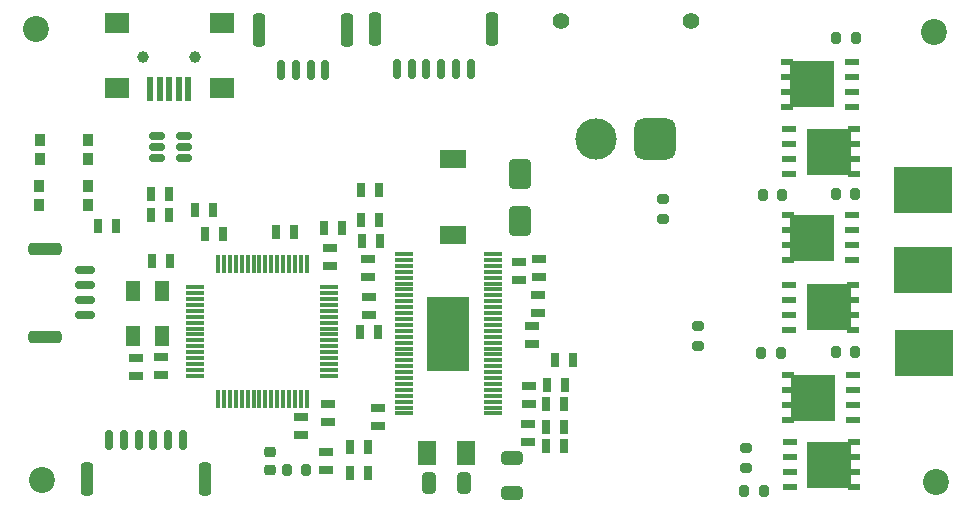
<source format=gbr>
%TF.GenerationSoftware,KiCad,Pcbnew,9.0.2*%
%TF.CreationDate,2025-10-22T09:47:41+03:00*%
%TF.ProjectId,aair_gimb_pcb,61616972-5f67-4696-9d62-5f7063622e6b,rev?*%
%TF.SameCoordinates,Original*%
%TF.FileFunction,Soldermask,Top*%
%TF.FilePolarity,Negative*%
%FSLAX46Y46*%
G04 Gerber Fmt 4.6, Leading zero omitted, Abs format (unit mm)*
G04 Created by KiCad (PCBNEW 9.0.2) date 2025-10-22 09:47:41*
%MOMM*%
%LPD*%
G01*
G04 APERTURE LIST*
G04 Aperture macros list*
%AMRoundRect*
0 Rectangle with rounded corners*
0 $1 Rounding radius*
0 $2 $3 $4 $5 $6 $7 $8 $9 X,Y pos of 4 corners*
0 Add a 4 corners polygon primitive as box body*
4,1,4,$2,$3,$4,$5,$6,$7,$8,$9,$2,$3,0*
0 Add four circle primitives for the rounded corners*
1,1,$1+$1,$2,$3*
1,1,$1+$1,$4,$5*
1,1,$1+$1,$6,$7*
1,1,$1+$1,$8,$9*
0 Add four rect primitives between the rounded corners*
20,1,$1+$1,$2,$3,$4,$5,0*
20,1,$1+$1,$4,$5,$6,$7,0*
20,1,$1+$1,$6,$7,$8,$9,0*
20,1,$1+$1,$8,$9,$2,$3,0*%
G04 Aperture macros list end*
%ADD10R,1.143000X0.635000*%
%ADD11RoundRect,0.150000X-0.150000X-0.700000X0.150000X-0.700000X0.150000X0.700000X-0.150000X0.700000X0*%
%ADD12RoundRect,0.250000X-0.250000X-1.150000X0.250000X-1.150000X0.250000X1.150000X-0.250000X1.150000X0*%
%ADD13R,1.270000X0.610000*%
%ADD14R,3.810000X3.910000*%
%ADD15R,1.020000X0.610000*%
%ADD16R,0.635000X1.143000*%
%ADD17RoundRect,0.200000X0.200000X0.275000X-0.200000X0.275000X-0.200000X-0.275000X0.200000X-0.275000X0*%
%ADD18R,2.200000X1.500000*%
%ADD19RoundRect,0.200000X-0.200000X-0.275000X0.200000X-0.275000X0.200000X0.275000X-0.200000X0.275000X0*%
%ADD20C,2.200000*%
%ADD21RoundRect,0.150000X-0.512500X-0.150000X0.512500X-0.150000X0.512500X0.150000X-0.512500X0.150000X0*%
%ADD22RoundRect,0.200000X0.275000X-0.200000X0.275000X0.200000X-0.275000X0.200000X-0.275000X-0.200000X0*%
%ADD23R,5.000000X4.000000*%
%ADD24R,1.524000X2.032000*%
%ADD25RoundRect,0.250000X0.650000X-1.000000X0.650000X1.000000X-0.650000X1.000000X-0.650000X-1.000000X0*%
%ADD26C,1.000000*%
%ADD27R,0.500000X2.000000*%
%ADD28R,2.000000X1.700000*%
%ADD29RoundRect,0.075000X-0.700000X-0.075000X0.700000X-0.075000X0.700000X0.075000X-0.700000X0.075000X0*%
%ADD30RoundRect,0.075000X-0.075000X-0.700000X0.075000X-0.700000X0.075000X0.700000X-0.075000X0.700000X0*%
%ADD31R,0.900000X1.000000*%
%ADD32RoundRect,0.150000X0.700000X-0.150000X0.700000X0.150000X-0.700000X0.150000X-0.700000X-0.150000X0*%
%ADD33RoundRect,0.250000X1.150000X-0.250000X1.150000X0.250000X-1.150000X0.250000X-1.150000X-0.250000X0*%
%ADD34R,1.550000X0.300000*%
%ADD35R,3.610000X6.350000*%
%ADD36RoundRect,0.250000X-0.325000X-0.650000X0.325000X-0.650000X0.325000X0.650000X-0.325000X0.650000X0*%
%ADD37RoundRect,0.250000X0.650000X-0.325000X0.650000X0.325000X-0.650000X0.325000X-0.650000X-0.325000X0*%
%ADD38RoundRect,0.150000X0.150000X0.700000X-0.150000X0.700000X-0.150000X-0.700000X0.150000X-0.700000X0*%
%ADD39RoundRect,0.250000X0.250000X1.150000X-0.250000X1.150000X-0.250000X-1.150000X0.250000X-1.150000X0*%
%ADD40C,1.400000*%
%ADD41RoundRect,0.770000X-0.980000X-0.980000X0.980000X-0.980000X0.980000X0.980000X-0.980000X0.980000X0*%
%ADD42C,3.500000*%
%ADD43RoundRect,0.218750X0.256250X-0.218750X0.256250X0.218750X-0.256250X0.218750X-0.256250X-0.218750X0*%
%ADD44R,1.198880X1.800860*%
G04 APERTURE END LIST*
D10*
%TO.C,R5*%
X152900000Y-81938000D03*
X152900000Y-83462000D03*
%TD*%
D11*
%TO.C,J5*%
X155325000Y-65800000D03*
X156575000Y-65800000D03*
X157825000Y-65800000D03*
X159075000Y-65800000D03*
X160325000Y-65800000D03*
X161575000Y-65800000D03*
D12*
X153475000Y-62450000D03*
X163425000Y-62450000D03*
%TD*%
D13*
%TO.C,Q1*%
X193940000Y-95545000D03*
X193940000Y-94275000D03*
X193940000Y-93005000D03*
X193940000Y-91735000D03*
D14*
X190580000Y-93640000D03*
D15*
X188475000Y-95545000D03*
X188475000Y-94275000D03*
X188475000Y-93005000D03*
X188475000Y-91735000D03*
%TD*%
D16*
%TO.C,R9*%
X168000000Y-94162000D03*
X169524000Y-94162000D03*
%TD*%
D17*
%TO.C,R17*%
X187975000Y-76480000D03*
X186325000Y-76480000D03*
%TD*%
D18*
%TO.C,L1*%
X160100500Y-79852780D03*
X160100500Y-73452780D03*
%TD*%
D17*
%TO.C,R15*%
X187825000Y-89830000D03*
X186175000Y-89830000D03*
%TD*%
D19*
%TO.C,R2*%
X146000000Y-99750000D03*
X147650000Y-99750000D03*
%TD*%
D20*
%TO.C,REF\u002A\u002A*%
X125300000Y-100600000D03*
%TD*%
D10*
%TO.C,R7*%
X167400000Y-83474000D03*
X167400000Y-81950000D03*
%TD*%
D21*
%TO.C,U4*%
X135062500Y-71487500D03*
X135062500Y-72437500D03*
X135062500Y-73387500D03*
X137337500Y-73387500D03*
X137337500Y-72437500D03*
X137337500Y-71487500D03*
%TD*%
D19*
%TO.C,R12*%
X192470000Y-76430000D03*
X194120000Y-76430000D03*
%TD*%
D22*
%TO.C,R20*%
X177900000Y-78500000D03*
X177900000Y-76850000D03*
%TD*%
D13*
%TO.C,Q5*%
X193865000Y-69020000D03*
X193865000Y-67750000D03*
X193865000Y-66480000D03*
X193865000Y-65210000D03*
D14*
X190505000Y-67115000D03*
D15*
X188400000Y-69020000D03*
X188400000Y-67750000D03*
X188400000Y-66480000D03*
X188400000Y-65210000D03*
%TD*%
D10*
%TO.C,C12*%
X149650000Y-80976000D03*
X149650000Y-82500000D03*
%TD*%
D23*
%TO.C,B*%
X199900000Y-82880000D03*
%TD*%
D11*
%TO.C,J2*%
X145525000Y-65900000D03*
X146775000Y-65900000D03*
X148025000Y-65900000D03*
X149275000Y-65900000D03*
D12*
X143675000Y-62550000D03*
X151125000Y-62550000D03*
%TD*%
D10*
%TO.C,C4*%
X149350000Y-98288000D03*
X149350000Y-99812000D03*
%TD*%
%TO.C,C20*%
X167300000Y-86500000D03*
X167300000Y-84976000D03*
%TD*%
D24*
%TO.C,C17*%
X157899000Y-98300000D03*
X161201000Y-98300000D03*
%TD*%
D16*
%TO.C,C5*%
X151326000Y-97850000D03*
X152850000Y-97850000D03*
%TD*%
D20*
%TO.C,REF\u002A\u002A*%
X124800000Y-62450000D03*
%TD*%
D16*
%TO.C,R26*%
X134526000Y-78200000D03*
X136050000Y-78200000D03*
%TD*%
D10*
%TO.C,C19*%
X166800000Y-89074000D03*
X166800000Y-87550000D03*
%TD*%
D25*
%TO.C,D3*%
X165750000Y-78700000D03*
X165750000Y-74700000D03*
%TD*%
D16*
%TO.C,R3*%
X152326000Y-78600000D03*
X153850000Y-78600000D03*
%TD*%
D20*
%TO.C,REF\u002A\u002A*%
X200850000Y-62700000D03*
%TD*%
%TO.C,REF\u002A\u002A*%
X201000000Y-100800000D03*
%TD*%
D16*
%TO.C,R4*%
X153850000Y-76100000D03*
X152326000Y-76100000D03*
%TD*%
D13*
%TO.C,Q6*%
X188565000Y-70935000D03*
X188565000Y-72205000D03*
X188565000Y-73475000D03*
X188565000Y-74745000D03*
D14*
X191925000Y-72840000D03*
D15*
X194030000Y-70935000D03*
X194030000Y-72205000D03*
X194030000Y-73475000D03*
X194030000Y-74745000D03*
%TD*%
D16*
%TO.C,C7*%
X153912000Y-80400000D03*
X152388000Y-80400000D03*
%TD*%
D26*
%TO.C,J3*%
X138250000Y-64800000D03*
X133850000Y-64800000D03*
D27*
X137650000Y-67500000D03*
X136850000Y-67500000D03*
X136050000Y-67500000D03*
X135250000Y-67500000D03*
X134450000Y-67500000D03*
D28*
X140500000Y-67400000D03*
X140500000Y-61950000D03*
X131600000Y-67400000D03*
X131600000Y-61950000D03*
%TD*%
D16*
%TO.C,C21*%
X170262000Y-90450000D03*
X168738000Y-90450000D03*
%TD*%
D19*
%TO.C,R14*%
X184725000Y-101550000D03*
X186375000Y-101550000D03*
%TD*%
D10*
%TO.C,C24*%
X166474000Y-95912000D03*
X166474000Y-97436000D03*
%TD*%
%TO.C,C9*%
X133250000Y-90288000D03*
X133250000Y-91812000D03*
%TD*%
D16*
%TO.C,R10*%
X167950000Y-96162000D03*
X169474000Y-96162000D03*
%TD*%
D29*
%TO.C,U2*%
X138275000Y-84300000D03*
X138275000Y-84800000D03*
X138275000Y-85300000D03*
X138275000Y-85800000D03*
X138275000Y-86300000D03*
X138275000Y-86800000D03*
X138275000Y-87300000D03*
X138275000Y-87800000D03*
X138275000Y-88300000D03*
X138275000Y-88800000D03*
X138275000Y-89300000D03*
X138275000Y-89800000D03*
X138275000Y-90300000D03*
X138275000Y-90800000D03*
X138275000Y-91300000D03*
X138275000Y-91800000D03*
D30*
X140200000Y-93725000D03*
X140700000Y-93725000D03*
X141200000Y-93725000D03*
X141700000Y-93725000D03*
X142200000Y-93725000D03*
X142700000Y-93725000D03*
X143200000Y-93725000D03*
X143700000Y-93725000D03*
X144200000Y-93725000D03*
X144700000Y-93725000D03*
X145200000Y-93725000D03*
X145700000Y-93725000D03*
X146200000Y-93725000D03*
X146700000Y-93725000D03*
X147200000Y-93725000D03*
X147700000Y-93725000D03*
D29*
X149625000Y-91800000D03*
X149625000Y-91300000D03*
X149625000Y-90800000D03*
X149625000Y-90300000D03*
X149625000Y-89800000D03*
X149625000Y-89300000D03*
X149625000Y-88800000D03*
X149625000Y-88300000D03*
X149625000Y-87800000D03*
X149625000Y-87300000D03*
X149625000Y-86800000D03*
X149625000Y-86300000D03*
X149625000Y-85800000D03*
X149625000Y-85300000D03*
X149625000Y-84800000D03*
X149625000Y-84300000D03*
D30*
X147700000Y-82375000D03*
X147200000Y-82375000D03*
X146700000Y-82375000D03*
X146200000Y-82375000D03*
X145700000Y-82375000D03*
X145200000Y-82375000D03*
X144700000Y-82375000D03*
X144200000Y-82375000D03*
X143700000Y-82375000D03*
X143200000Y-82375000D03*
X142700000Y-82375000D03*
X142200000Y-82375000D03*
X141700000Y-82375000D03*
X141200000Y-82375000D03*
X140700000Y-82375000D03*
X140200000Y-82375000D03*
%TD*%
D16*
%TO.C,R1*%
X145076000Y-79600000D03*
X146600000Y-79600000D03*
%TD*%
D13*
%TO.C,Q2*%
X188600000Y-97410000D03*
X188600000Y-98680000D03*
X188600000Y-99950000D03*
X188600000Y-101220000D03*
D14*
X191960000Y-99315000D03*
D15*
X194065000Y-97410000D03*
X194065000Y-98680000D03*
X194065000Y-99950000D03*
X194065000Y-101220000D03*
%TD*%
D31*
%TO.C,B1*%
X129200000Y-73450000D03*
X125100000Y-73450000D03*
X129200000Y-71850000D03*
X125100000Y-71850000D03*
%TD*%
D16*
%TO.C,R25*%
X131550000Y-79150000D03*
X130026000Y-79150000D03*
%TD*%
D10*
%TO.C,C2*%
X153750000Y-94526000D03*
X153750000Y-96050000D03*
%TD*%
D23*
%TO.C,A*%
X199850000Y-76100000D03*
%TD*%
D16*
%TO.C,R6*%
X150712000Y-79300000D03*
X149188000Y-79300000D03*
%TD*%
D32*
%TO.C,J1*%
X128900000Y-86625000D03*
X128900000Y-85375000D03*
X128900000Y-84125000D03*
X128900000Y-82875000D03*
D33*
X125550000Y-88475000D03*
X125550000Y-81025000D03*
%TD*%
D19*
%TO.C,R13*%
X192505000Y-89780000D03*
X194155000Y-89780000D03*
%TD*%
D16*
%TO.C,R11*%
X167950000Y-97712000D03*
X169474000Y-97712000D03*
%TD*%
%TO.C,C6*%
X151376000Y-100050000D03*
X152900000Y-100050000D03*
%TD*%
D34*
%TO.C,U1*%
X155953400Y-81490000D03*
X155953400Y-81990000D03*
X155953400Y-82490000D03*
X155953400Y-82990000D03*
X155953400Y-83490000D03*
X155953400Y-83990000D03*
X155953400Y-84490000D03*
X155953400Y-84990000D03*
X155953400Y-85490000D03*
X155953400Y-85990000D03*
X155953400Y-86490000D03*
X155953400Y-86990000D03*
X155953400Y-87490000D03*
X155953400Y-87990000D03*
X155953400Y-88490000D03*
X155953400Y-88990000D03*
X155953400Y-89490000D03*
X155953400Y-89990000D03*
X155953400Y-90490000D03*
X155953400Y-90990000D03*
X155953400Y-91490000D03*
X155953400Y-91990000D03*
X155953400Y-92490000D03*
X155953400Y-92990000D03*
X155953400Y-93490000D03*
X155953400Y-93990000D03*
X155953400Y-94490000D03*
X155953400Y-94990000D03*
X163453400Y-94990000D03*
X163453400Y-94490000D03*
X163453400Y-93990000D03*
X163453400Y-93490000D03*
X163453400Y-92990000D03*
X163453400Y-92490000D03*
X163453400Y-91990000D03*
X163453400Y-91490000D03*
X163453400Y-90990000D03*
X163453400Y-90490000D03*
X163453400Y-89990000D03*
X163453400Y-89490000D03*
X163453400Y-88990000D03*
X163453400Y-88490000D03*
X163453400Y-87990000D03*
X163453400Y-87490000D03*
X163453400Y-86990000D03*
X163453400Y-86490000D03*
X163453400Y-85990000D03*
X163453400Y-85490000D03*
X163453400Y-84990000D03*
X163453400Y-84490000D03*
X163453400Y-83990000D03*
X163453400Y-83490000D03*
X163453400Y-82990000D03*
X163453400Y-82490000D03*
X163453400Y-81990000D03*
X163453400Y-81490000D03*
D35*
X159703400Y-88240000D03*
%TD*%
D10*
%TO.C,C23*%
X166524000Y-92650000D03*
X166524000Y-94174000D03*
%TD*%
D16*
%TO.C,R22*%
X136112000Y-82100000D03*
X134588000Y-82100000D03*
%TD*%
D13*
%TO.C,Q3*%
X193880000Y-82020000D03*
X193880000Y-80750000D03*
X193880000Y-79480000D03*
X193880000Y-78210000D03*
D14*
X190520000Y-80115000D03*
D15*
X188415000Y-82020000D03*
X188415000Y-80750000D03*
X188415000Y-79480000D03*
X188415000Y-78210000D03*
%TD*%
D10*
%TO.C,C10*%
X135400000Y-90238000D03*
X135400000Y-91762000D03*
%TD*%
D36*
%TO.C,C25*%
X158075000Y-100850000D03*
X161025000Y-100850000D03*
%TD*%
D16*
%TO.C,R21*%
X138226000Y-77750000D03*
X139750000Y-77750000D03*
%TD*%
D10*
%TO.C,C11*%
X147250000Y-96824000D03*
X147250000Y-95300000D03*
%TD*%
%TO.C,C18*%
X165650000Y-83712000D03*
X165650000Y-82188000D03*
%TD*%
D23*
%TO.C,C*%
X199950000Y-89830000D03*
%TD*%
D10*
%TO.C,C8*%
X152950000Y-86662000D03*
X152950000Y-85138000D03*
%TD*%
D22*
%TO.C,R18*%
X180800000Y-89275000D03*
X180800000Y-87625000D03*
%TD*%
D31*
%TO.C,NR1*%
X129150000Y-77300000D03*
X125050000Y-77300000D03*
X129150000Y-75700000D03*
X125050000Y-75700000D03*
%TD*%
D19*
%TO.C,R16*%
X192515000Y-63240000D03*
X194165000Y-63240000D03*
%TD*%
D22*
%TO.C,R19*%
X184850000Y-99605000D03*
X184850000Y-97955000D03*
%TD*%
D16*
%TO.C,R24*%
X139050000Y-79774000D03*
X140574000Y-79774000D03*
%TD*%
%TO.C,C1*%
X153700000Y-88100000D03*
X152176000Y-88100000D03*
%TD*%
D37*
%TO.C,C26*%
X165050000Y-101725000D03*
X165050000Y-98775000D03*
%TD*%
D38*
%TO.C,J6*%
X137225000Y-97200000D03*
X135975000Y-97200000D03*
X134725000Y-97200000D03*
X133475000Y-97200000D03*
X132225000Y-97200000D03*
X130975000Y-97200000D03*
D39*
X139075000Y-100550000D03*
X129125000Y-100550000D03*
%TD*%
D40*
%TO.C,xt30*%
X169200000Y-61725000D03*
X180200000Y-61725000D03*
D41*
X177200000Y-71725000D03*
D42*
X172200000Y-71725000D03*
%TD*%
D10*
%TO.C,C3*%
X149500000Y-95712000D03*
X149500000Y-94188000D03*
%TD*%
D13*
%TO.C,Q4*%
X188520000Y-84085000D03*
X188520000Y-85355000D03*
X188520000Y-86625000D03*
X188520000Y-87895000D03*
D14*
X191880000Y-85990000D03*
D15*
X193985000Y-84085000D03*
X193985000Y-85355000D03*
X193985000Y-86625000D03*
X193985000Y-87895000D03*
%TD*%
D16*
%TO.C,R8*%
X168050000Y-92612000D03*
X169574000Y-92612000D03*
%TD*%
%TO.C,R23*%
X134476000Y-76400000D03*
X136000000Y-76400000D03*
%TD*%
D43*
%TO.C,D2*%
X144550000Y-99800000D03*
X144550000Y-98225000D03*
%TD*%
D44*
%TO.C,X2*%
X132950320Y-84600080D03*
X135449680Y-88399920D03*
X132950320Y-88399920D03*
X135449680Y-84600080D03*
%TD*%
M02*

</source>
